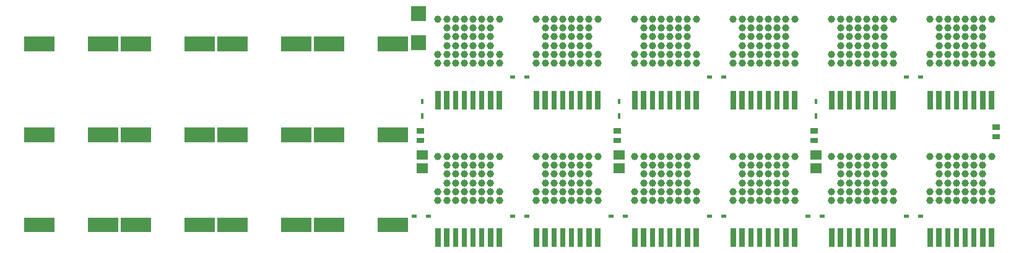
<source format=gbr>
G04 start of page 13 for group -4015 idx -4015 *
G04 Title: fet12v2, toppaste *
G04 Creator: pcb 20140316 *
G04 CreationDate: Wed 13 Jun 2018 07:35:06 AM GMT UTC *
G04 For: brian *
G04 Format: Gerber/RS-274X *
G04 PCB-Dimensions (mil): 6000.00 5000.00 *
G04 PCB-Coordinate-Origin: lower left *
%MOIN*%
%FSLAX25Y25*%
%LNTOPPASTE*%
%ADD157C,0.0001*%
%ADD156R,0.0787X0.0787*%
%ADD155C,0.0394*%
%ADD154R,0.0276X0.0276*%
%ADD153R,0.0159X0.0159*%
%ADD152R,0.0512X0.0512*%
%ADD151R,0.0295X0.0295*%
G54D151*X443008Y115441D02*X443992D01*
X443008Y120559D02*X443992D01*
G54D152*X444107Y107543D02*X444893D01*
X444107Y100457D02*X444893D01*
G54D153*X444500Y129187D02*Y127978D01*
Y137022D02*Y135813D01*
X500313Y149500D02*X501522D01*
X492478D02*X493687D01*
G54D154*X452965Y140886D02*Y133406D01*
X457689Y140886D02*Y133406D01*
X462413Y140886D02*Y133406D01*
X467138Y140886D02*Y133406D01*
X471862Y140886D02*Y133406D01*
X476587Y140886D02*Y133406D01*
X481311Y140886D02*Y133406D01*
X486035Y140886D02*Y133406D01*
G54D155*X452965Y157146D03*
X457689D03*
X462413D03*
X467138D03*
X471862D03*
X476587D03*
X481311D03*
X486035D03*
X452965Y161870D03*
X457689D03*
X462413D03*
X467138D03*
X471862D03*
X476587D03*
X481311D03*
X486035D03*
X457689Y166594D03*
X462413D03*
X467138D03*
X471862D03*
X476587D03*
X481311D03*
X457689Y171319D03*
X462413D03*
X467138D03*
X471862D03*
X476587D03*
X481311D03*
X457689Y176043D03*
X462413D03*
X467138D03*
X471862D03*
X476587D03*
X481311D03*
X452965Y180768D03*
X457689D03*
X462413D03*
X467138D03*
X471862D03*
X476587D03*
X481311D03*
X486035D03*
G54D154*X505965Y140886D02*Y133406D01*
X510689Y140886D02*Y133406D01*
X515413Y140886D02*Y133406D01*
X520138Y140886D02*Y133406D01*
X524862Y140886D02*Y133406D01*
X529587Y140886D02*Y133406D01*
X534311Y140886D02*Y133406D01*
X539035Y140886D02*Y133406D01*
G54D155*X505965Y157146D03*
X510689D03*
X515413D03*
X520138D03*
X524862D03*
X529587D03*
X534311D03*
X539035D03*
X505965Y161870D03*
X510689D03*
X515413D03*
X520138D03*
X524862D03*
X529587D03*
X534311D03*
X539035D03*
X510689Y166594D03*
X515413D03*
X520138D03*
X524862D03*
X529587D03*
X534311D03*
X510689Y171319D03*
X515413D03*
X520138D03*
X524862D03*
X529587D03*
X534311D03*
X510689Y176043D03*
X515413D03*
X520138D03*
X524862D03*
X529587D03*
X534311D03*
X505965Y180768D03*
X510689D03*
X515413D03*
X520138D03*
X524862D03*
X529587D03*
X534311D03*
X539035D03*
G54D153*X500313Y74500D02*X501522D01*
X492478D02*X493687D01*
G54D154*X505965Y66886D02*Y59406D01*
X510689Y66886D02*Y59406D01*
X515413Y66886D02*Y59406D01*
X520138Y66886D02*Y59406D01*
X524862Y66886D02*Y59406D01*
X529587Y66886D02*Y59406D01*
X534311Y66886D02*Y59406D01*
X539035Y66886D02*Y59406D01*
G54D155*X505965Y83146D03*
X510689D03*
X515413D03*
X520138D03*
X524862D03*
X529587D03*
X534311D03*
X539035D03*
X505965Y87870D03*
X510689D03*
X515413D03*
X520138D03*
X524862D03*
X529587D03*
X534311D03*
X539035D03*
X510689Y92594D03*
X515413D03*
X520138D03*
X524862D03*
X529587D03*
X534311D03*
X510689Y97319D03*
X515413D03*
X520138D03*
X524862D03*
X529587D03*
X534311D03*
X510689Y102043D03*
X515413D03*
X520138D03*
X524862D03*
X529587D03*
X534311D03*
X505965Y106768D03*
X510689D03*
X515413D03*
X520138D03*
X524862D03*
X529587D03*
X534311D03*
X539035D03*
G54D153*X447313Y74500D02*X448522D01*
X439478D02*X440687D01*
G54D154*X452965Y66886D02*Y59406D01*
X457689Y66886D02*Y59406D01*
X462413Y66886D02*Y59406D01*
X467138Y66886D02*Y59406D01*
X471862Y66886D02*Y59406D01*
X476587Y66886D02*Y59406D01*
X481311Y66886D02*Y59406D01*
X486035Y66886D02*Y59406D01*
G54D155*X452965Y83146D03*
X457689D03*
X462413D03*
X467138D03*
X471862D03*
X476587D03*
X481311D03*
X486035D03*
X452965Y87870D03*
X457689D03*
X462413D03*
X467138D03*
X471862D03*
X476587D03*
X481311D03*
X486035D03*
X457689Y92594D03*
X462413D03*
X467138D03*
X471862D03*
X476587D03*
X481311D03*
X457689Y97319D03*
X462413D03*
X467138D03*
X471862D03*
X476587D03*
X481311D03*
X457689Y102043D03*
X462413D03*
X467138D03*
X471862D03*
X476587D03*
X481311D03*
X452965Y106768D03*
X457689D03*
X462413D03*
X467138D03*
X471862D03*
X476587D03*
X481311D03*
X486035D03*
G54D151*X337008Y115441D02*X337992D01*
X337008Y120559D02*X337992D01*
G54D152*X338107Y107543D02*X338893D01*
X338107Y100457D02*X338893D01*
G54D153*X338500Y129187D02*Y127978D01*
Y137022D02*Y135813D01*
X394313Y149500D02*X395522D01*
X386478D02*X387687D01*
G54D154*X346965Y140886D02*Y133406D01*
X351689Y140886D02*Y133406D01*
X356413Y140886D02*Y133406D01*
X361138Y140886D02*Y133406D01*
X365862Y140886D02*Y133406D01*
X370587Y140886D02*Y133406D01*
X375311Y140886D02*Y133406D01*
X380035Y140886D02*Y133406D01*
G54D155*X346965Y157146D03*
X351689D03*
X356413D03*
X361138D03*
X365862D03*
X370587D03*
X375311D03*
X380035D03*
X346965Y161870D03*
X351689D03*
X356413D03*
X361138D03*
X365862D03*
X370587D03*
X375311D03*
X380035D03*
X351689Y166594D03*
X356413D03*
X361138D03*
X365862D03*
X370587D03*
X375311D03*
X351689Y171319D03*
X356413D03*
X361138D03*
X365862D03*
X370587D03*
X375311D03*
X351689Y176043D03*
X356413D03*
X361138D03*
X365862D03*
X370587D03*
X375311D03*
X346965Y180768D03*
X351689D03*
X356413D03*
X361138D03*
X365862D03*
X370587D03*
X375311D03*
X380035D03*
G54D154*X399965Y140886D02*Y133406D01*
X404689Y140886D02*Y133406D01*
X409413Y140886D02*Y133406D01*
X414138Y140886D02*Y133406D01*
X418862Y140886D02*Y133406D01*
X423587Y140886D02*Y133406D01*
X428311Y140886D02*Y133406D01*
X433035Y140886D02*Y133406D01*
G54D155*X399965Y157146D03*
X404689D03*
X409413D03*
X414138D03*
X418862D03*
X423587D03*
X428311D03*
X433035D03*
X399965Y161870D03*
X404689D03*
X409413D03*
X414138D03*
X418862D03*
X423587D03*
X428311D03*
X433035D03*
X404689Y166594D03*
X409413D03*
X414138D03*
X418862D03*
X423587D03*
X428311D03*
X404689Y171319D03*
X409413D03*
X414138D03*
X418862D03*
X423587D03*
X428311D03*
X404689Y176043D03*
X409413D03*
X414138D03*
X418862D03*
X423587D03*
X428311D03*
X399965Y180768D03*
X404689D03*
X409413D03*
X414138D03*
X418862D03*
X423587D03*
X428311D03*
X433035D03*
G54D153*X394313Y74500D02*X395522D01*
X386478D02*X387687D01*
G54D154*X399965Y66886D02*Y59406D01*
X404689Y66886D02*Y59406D01*
X409413Y66886D02*Y59406D01*
X414138Y66886D02*Y59406D01*
X418862Y66886D02*Y59406D01*
X423587Y66886D02*Y59406D01*
X428311Y66886D02*Y59406D01*
X433035Y66886D02*Y59406D01*
G54D155*X399965Y83146D03*
X404689D03*
X409413D03*
X414138D03*
X418862D03*
X423587D03*
X428311D03*
X433035D03*
X399965Y87870D03*
X404689D03*
X409413D03*
X414138D03*
X418862D03*
X423587D03*
X428311D03*
X433035D03*
X404689Y92594D03*
X409413D03*
X414138D03*
X418862D03*
X423587D03*
X428311D03*
X404689Y97319D03*
X409413D03*
X414138D03*
X418862D03*
X423587D03*
X428311D03*
X404689Y102043D03*
X409413D03*
X414138D03*
X418862D03*
X423587D03*
X428311D03*
X399965Y106768D03*
X404689D03*
X409413D03*
X414138D03*
X418862D03*
X423587D03*
X428311D03*
X433035D03*
G54D153*X341313Y74500D02*X342522D01*
X333478D02*X334687D01*
G54D154*X346965Y66886D02*Y59406D01*
X351689Y66886D02*Y59406D01*
X356413Y66886D02*Y59406D01*
X361138Y66886D02*Y59406D01*
X365862Y66886D02*Y59406D01*
X370587Y66886D02*Y59406D01*
X375311Y66886D02*Y59406D01*
X380035Y66886D02*Y59406D01*
G54D155*X346965Y83146D03*
X351689D03*
X356413D03*
X361138D03*
X365862D03*
X370587D03*
X375311D03*
X380035D03*
X346965Y87870D03*
X351689D03*
X356413D03*
X361138D03*
X365862D03*
X370587D03*
X375311D03*
X380035D03*
X351689Y92594D03*
X356413D03*
X361138D03*
X365862D03*
X370587D03*
X375311D03*
X351689Y97319D03*
X356413D03*
X361138D03*
X365862D03*
X370587D03*
X375311D03*
X351689Y102043D03*
X356413D03*
X361138D03*
X365862D03*
X370587D03*
X375311D03*
X346965Y106768D03*
X351689D03*
X356413D03*
X361138D03*
X365862D03*
X370587D03*
X375311D03*
X380035D03*
G54D151*X231008Y115441D02*X231992D01*
X231008Y120559D02*X231992D01*
G54D152*X232107Y107543D02*X232893D01*
X232107Y100457D02*X232893D01*
G54D153*X232500Y129187D02*Y127978D01*
Y137022D02*Y135813D01*
X288313Y149500D02*X289522D01*
X280478D02*X281687D01*
G54D154*X240965Y140886D02*Y133406D01*
X245689Y140886D02*Y133406D01*
X250413Y140886D02*Y133406D01*
X255138Y140886D02*Y133406D01*
X259862Y140886D02*Y133406D01*
X264587Y140886D02*Y133406D01*
X269311Y140886D02*Y133406D01*
X274035Y140886D02*Y133406D01*
G54D155*X240965Y157146D03*
X245689D03*
X250413D03*
X255138D03*
X259862D03*
X264587D03*
X269311D03*
X274035D03*
X240965Y161870D03*
X245689D03*
X250413D03*
X255138D03*
X259862D03*
X264587D03*
X269311D03*
X274035D03*
X245689Y166594D03*
X250413D03*
X255138D03*
X259862D03*
X264587D03*
X269311D03*
X245689Y171319D03*
X250413D03*
X255138D03*
X259862D03*
X264587D03*
X269311D03*
X245689Y176043D03*
X250413D03*
X255138D03*
X259862D03*
X264587D03*
X269311D03*
X240965Y180768D03*
X245689D03*
X250413D03*
X255138D03*
X259862D03*
X264587D03*
X269311D03*
X274035D03*
G54D154*X293965Y140886D02*Y133406D01*
X298689Y140886D02*Y133406D01*
X303413Y140886D02*Y133406D01*
X308138Y140886D02*Y133406D01*
X312862Y140886D02*Y133406D01*
X317587Y140886D02*Y133406D01*
X322311Y140886D02*Y133406D01*
X327035Y140886D02*Y133406D01*
G54D155*X293965Y157146D03*
X298689D03*
X303413D03*
X308138D03*
X312862D03*
X317587D03*
X322311D03*
X327035D03*
X293965Y161870D03*
X298689D03*
X303413D03*
X308138D03*
X312862D03*
X317587D03*
X322311D03*
X327035D03*
X298689Y166594D03*
X303413D03*
X308138D03*
X312862D03*
X317587D03*
X322311D03*
X298689Y171319D03*
X303413D03*
X308138D03*
X312862D03*
X317587D03*
X322311D03*
X298689Y176043D03*
X303413D03*
X308138D03*
X312862D03*
X317587D03*
X322311D03*
X293965Y180768D03*
X298689D03*
X303413D03*
X308138D03*
X312862D03*
X317587D03*
X322311D03*
X327035D03*
G54D153*X288313Y74500D02*X289522D01*
X280478D02*X281687D01*
G54D154*X293965Y66886D02*Y59406D01*
X298689Y66886D02*Y59406D01*
X303413Y66886D02*Y59406D01*
X308138Y66886D02*Y59406D01*
X312862Y66886D02*Y59406D01*
X317587Y66886D02*Y59406D01*
X322311Y66886D02*Y59406D01*
X327035Y66886D02*Y59406D01*
G54D155*X293965Y83146D03*
X298689D03*
X303413D03*
X308138D03*
X312862D03*
X317587D03*
X322311D03*
X327035D03*
X293965Y87870D03*
X298689D03*
X303413D03*
X308138D03*
X312862D03*
X317587D03*
X322311D03*
X327035D03*
X298689Y92594D03*
X303413D03*
X308138D03*
X312862D03*
X317587D03*
X322311D03*
X298689Y97319D03*
X303413D03*
X308138D03*
X312862D03*
X317587D03*
X322311D03*
X298689Y102043D03*
X303413D03*
X308138D03*
X312862D03*
X317587D03*
X322311D03*
X293965Y106768D03*
X298689D03*
X303413D03*
X308138D03*
X312862D03*
X317587D03*
X322311D03*
X327035D03*
G54D153*X235313Y74500D02*X236522D01*
X227478D02*X228687D01*
G54D154*X240965Y66886D02*Y59406D01*
X245689Y66886D02*Y59406D01*
X250413Y66886D02*Y59406D01*
X255138Y66886D02*Y59406D01*
X259862Y66886D02*Y59406D01*
X264587Y66886D02*Y59406D01*
X269311Y66886D02*Y59406D01*
X274035Y66886D02*Y59406D01*
G54D155*X240965Y83146D03*
X245689D03*
X250413D03*
X255138D03*
X259862D03*
X264587D03*
X269311D03*
X274035D03*
X240965Y87870D03*
X245689D03*
X250413D03*
X255138D03*
X259862D03*
X264587D03*
X269311D03*
X274035D03*
X245689Y92594D03*
X250413D03*
X255138D03*
X259862D03*
X264587D03*
X269311D03*
X245689Y97319D03*
X250413D03*
X255138D03*
X259862D03*
X264587D03*
X269311D03*
X245689Y102043D03*
X250413D03*
X255138D03*
X259862D03*
X264587D03*
X269311D03*
X240965Y106768D03*
X245689D03*
X250413D03*
X255138D03*
X259862D03*
X264587D03*
X269311D03*
X274035D03*
G54D156*X160492Y70000D02*X168760D01*
X126240D02*X134508D01*
X160492Y167500D02*X168760D01*
X126240D02*X134508D01*
X160492Y118500D02*X168760D01*
X126240D02*X134508D01*
X178240Y167500D02*X186508D01*
X212492D02*X220760D01*
X178240Y118500D02*X186508D01*
X212492D02*X220760D01*
X178240Y70000D02*X186508D01*
X212492D02*X220760D01*
X74240Y167500D02*X82508D01*
X108492D02*X116760D01*
X74240Y70000D02*X82508D01*
X108492D02*X116760D01*
X74240Y118500D02*X82508D01*
X108492D02*X116760D01*
X56492D02*X64760D01*
X22240D02*X30508D01*
X56492Y167500D02*X64760D01*
X22240D02*X30508D01*
X56492Y70000D02*X64760D01*
X22240D02*X30508D01*
G54D151*X541008Y122559D02*X541992D01*
X541008Y117441D02*X541992D01*
G54D157*G36*
X226550Y187800D02*Y179900D01*
X234450D01*
Y187800D01*
X226550D01*
G37*
G36*
Y172100D02*Y164200D01*
X234450D01*
Y172100D01*
X226550D01*
G37*
M02*

</source>
